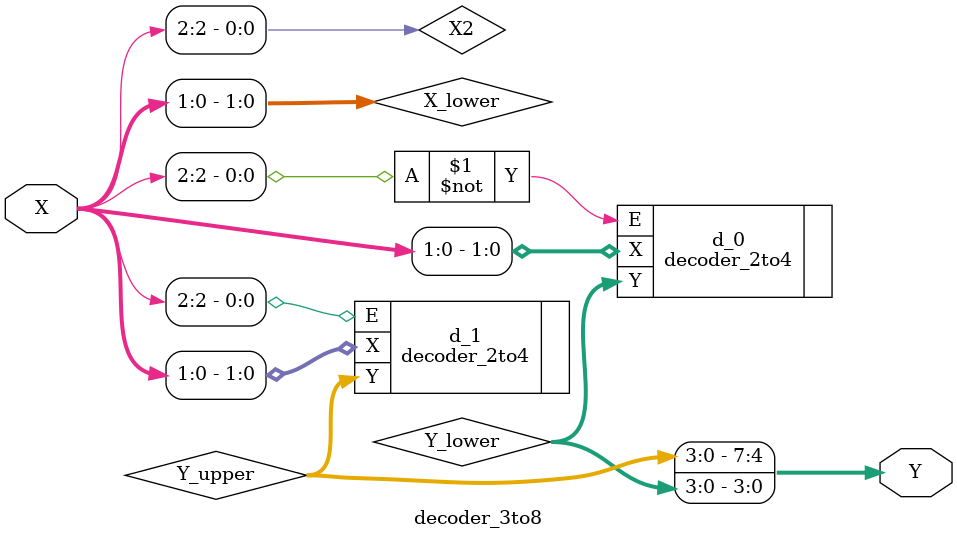
<source format=v>
module decoder_3to8 (
input [2:0] X,
output [7:0] Y
);
wire [3:0] Y_lower,Y_upper;
wire [1:0] X_lower =X[1:0];
wire X2 =X[2];


decoder_2to4 d_0(
		.X(X_lower),
		.E(~X2),
		.Y(Y_lower)
);
decoder_2to4 d_1 (
		.X(X_lower),
		.E(X2), 
		.Y(Y_upper)
);
assign Y={Y_upper,Y_lower};
endmodule








</source>
